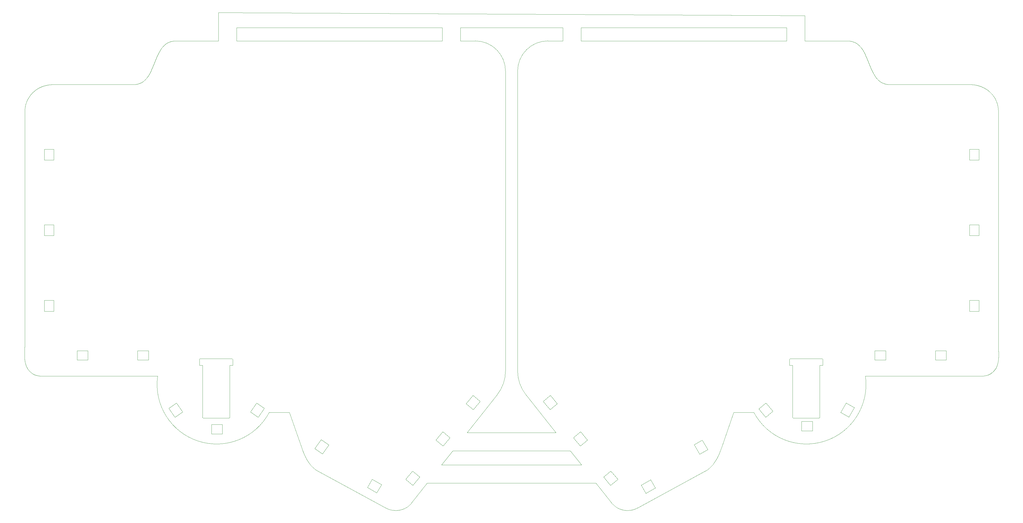
<source format=gbr>
%TF.GenerationSoftware,KiCad,Pcbnew,(6.99.0-4085-g6c752680d7)*%
%TF.CreationDate,2022-11-10T11:06:54+08:00*%
%TF.ProjectId,Rev2.4,52657632-2e34-42e6-9b69-6361645f7063,rev?*%
%TF.SameCoordinates,Original*%
%TF.FileFunction,Profile,NP*%
%FSLAX46Y46*%
G04 Gerber Fmt 4.6, Leading zero omitted, Abs format (unit mm)*
G04 Created by KiCad (PCBNEW (6.99.0-4085-g6c752680d7)) date 2022-11-10 11:06:54*
%MOMM*%
%LPD*%
G01*
G04 APERTURE LIST*
%TA.AperFunction,Profile*%
%ADD10C,0.100000*%
%TD*%
%ADD11C,0.100000*%
%TA.AperFunction,Profile*%
%ADD12C,0.050000*%
%TD*%
%TA.AperFunction,Profile*%
%ADD13C,0.120000*%
%TD*%
G04 APERTURE END LIST*
D10*
X227205000Y-44872354D02*
X222255002Y-44872352D01*
D11*
X177179001Y-197670150D02*
X177107406Y-197758986D01*
X177034398Y-197846277D01*
X176960018Y-197932015D01*
X176884307Y-198016189D01*
X176807304Y-198098791D01*
X176729050Y-198179813D01*
X176649586Y-198259245D01*
X176568953Y-198337078D01*
X176487189Y-198413303D01*
X176404337Y-198487913D01*
X176320437Y-198560896D01*
X176235528Y-198632246D01*
X176149652Y-198701953D01*
X176062849Y-198770007D01*
X175975159Y-198836401D01*
X175886623Y-198901125D01*
X175797282Y-198964170D01*
X175707175Y-199025527D01*
X175616344Y-199085188D01*
X175524828Y-199143144D01*
X175432668Y-199199385D01*
X175339906Y-199253904D01*
X175246580Y-199306690D01*
X175152732Y-199357735D01*
X175058402Y-199407030D01*
X174963630Y-199454566D01*
X174868458Y-199500335D01*
X174772925Y-199544327D01*
X174677072Y-199586534D01*
X174580939Y-199626946D01*
X174484568Y-199665555D01*
X174387998Y-199702352D01*
D12*
X107052683Y-150174595D02*
X107052690Y-151249373D01*
D11*
X49220999Y-148486054D02*
X49220115Y-148650767D01*
X49219933Y-148817290D01*
X49220780Y-148985708D01*
X49222982Y-149156105D01*
X49226865Y-149328565D01*
X49232757Y-149503174D01*
X49240984Y-149680016D01*
X49251872Y-149859175D01*
X49265749Y-150040737D01*
X49282941Y-150224786D01*
X49303774Y-150411407D01*
X49328576Y-150600684D01*
X49357672Y-150792702D01*
X49391390Y-150987545D01*
X49410084Y-151086053D01*
X49430056Y-151185299D01*
X49451347Y-151285294D01*
X49473998Y-151386049D01*
D12*
X116852696Y-169624601D02*
G75*
G03*
X117052701Y-169424614I-196J200201D01*
G01*
D11*
X371204997Y-145100432D02*
X371205829Y-145279372D01*
X371208192Y-145462542D01*
X371211883Y-145649967D01*
X371216701Y-145841675D01*
X371222443Y-146037693D01*
X371228908Y-146238047D01*
X371232348Y-146339859D01*
X371235894Y-146442765D01*
X371239519Y-146546769D01*
X371243199Y-146651874D01*
X371246908Y-146758084D01*
X371250621Y-146865401D01*
X371254313Y-146973829D01*
X371257958Y-147083372D01*
X371261532Y-147194033D01*
X371265009Y-147305815D01*
X371268364Y-147418722D01*
X371271571Y-147532756D01*
X371274606Y-147647922D01*
X371277443Y-147764223D01*
X371280057Y-147881662D01*
X371282423Y-148000243D01*
X371284515Y-148119968D01*
X371286309Y-148240842D01*
X371287778Y-148362867D01*
X371288899Y-148486048D01*
X367607596Y-155401050D02*
X367476895Y-155444036D01*
X367346008Y-155483548D01*
X367214977Y-155519681D01*
X367083846Y-155552533D01*
X366952659Y-155582201D01*
X366821457Y-155608780D01*
X366690286Y-155632369D01*
X366559187Y-155653063D01*
X366428203Y-155670960D01*
X366297380Y-155686157D01*
X366166758Y-155698750D01*
X366036382Y-155708837D01*
X365906295Y-155716513D01*
X365776539Y-155721876D01*
X365647159Y-155725023D01*
X365518198Y-155726051D01*
X89623998Y-57154853D02*
X89725346Y-57027552D01*
X89824685Y-56897317D01*
X89922078Y-56764242D01*
X90017588Y-56628421D01*
X90111281Y-56489946D01*
X90203220Y-56348912D01*
X90293469Y-56205411D01*
X90382093Y-56059537D01*
X90469155Y-55911383D01*
X90554719Y-55761044D01*
X90638850Y-55608611D01*
X90721612Y-55454179D01*
X90803069Y-55297841D01*
X90883285Y-55139691D01*
X90962323Y-54979822D01*
X91040249Y-54818327D01*
X91117126Y-54655300D01*
X91193018Y-54490833D01*
X91267989Y-54325022D01*
X91342104Y-54157959D01*
X91415427Y-53989737D01*
X91488021Y-53820450D01*
X91559950Y-53650191D01*
X91631280Y-53479054D01*
X91702073Y-53307132D01*
X91772395Y-53134518D01*
X91842308Y-52961307D01*
X91911878Y-52787591D01*
X91981168Y-52613464D01*
X92050242Y-52439019D01*
X92119164Y-52264350D01*
X92188000Y-52089550D01*
D12*
X303172827Y-152149363D02*
X303172842Y-169424603D01*
D11*
X58652999Y-59306751D02*
X58476363Y-59308270D01*
X58300300Y-59312814D01*
X58124853Y-59320358D01*
X57950067Y-59330877D01*
X57775986Y-59344347D01*
X57602655Y-59360744D01*
X57430119Y-59380045D01*
X57258421Y-59402224D01*
X57087606Y-59427257D01*
X56917719Y-59455121D01*
X56748805Y-59485791D01*
X56580907Y-59519243D01*
X56414071Y-59555453D01*
X56248340Y-59594397D01*
X56083760Y-59636050D01*
X55920375Y-59680388D01*
X55758228Y-59727387D01*
X55597366Y-59777023D01*
X55437831Y-59829271D01*
X55279670Y-59884109D01*
X55122925Y-59941510D01*
X54967643Y-60001451D01*
X54813866Y-60063909D01*
X54661641Y-60128858D01*
X54511010Y-60196274D01*
X54362020Y-60266134D01*
X54214713Y-60338413D01*
X54069135Y-60413087D01*
X53925330Y-60490132D01*
X53783343Y-60569523D01*
X53643219Y-60651237D01*
X53505001Y-60735249D01*
D12*
X118052676Y-150174622D02*
G75*
G03*
X117852710Y-149974624I-199776J222D01*
G01*
D10*
X321205001Y-44872353D02*
X307205000Y-44872351D01*
X140917002Y-179593952D02*
X136827999Y-167726053D01*
D12*
X107052690Y-151249373D02*
X107052688Y-152149370D01*
D11*
X332813202Y-58741451D02*
X332673775Y-58670061D01*
X332537091Y-58594649D01*
X332403104Y-58515284D01*
X332271766Y-58432034D01*
X332143032Y-58344967D01*
X332016854Y-58254152D01*
X331893188Y-58159657D01*
X331771985Y-58061549D01*
X331653200Y-57959898D01*
X331536786Y-57854771D01*
X331422697Y-57746237D01*
X331310887Y-57634364D01*
X331201309Y-57519221D01*
X331093916Y-57400875D01*
X330988662Y-57279395D01*
X330885502Y-57154849D01*
D12*
X303372847Y-169624603D02*
X311972835Y-169624602D01*
X107052688Y-152149370D02*
X108052688Y-152149369D01*
D10*
X238147400Y-191122852D02*
X243330699Y-197670155D01*
D11*
X370340202Y-64382652D02*
X370392146Y-64491421D01*
X370442561Y-64601334D01*
X370491440Y-64712358D01*
X370538773Y-64824462D01*
X370584555Y-64937612D01*
X370628775Y-65051777D01*
X370671428Y-65166925D01*
X370712504Y-65283024D01*
X370751996Y-65400041D01*
X370789896Y-65517945D01*
X370826196Y-65636703D01*
X370860889Y-65756284D01*
X370893966Y-65876654D01*
X370925420Y-65997783D01*
X370955242Y-66119638D01*
X370983425Y-66242187D01*
X371009961Y-66365398D01*
X371034843Y-66489238D01*
X371058061Y-66613676D01*
X371079609Y-66738680D01*
X371099478Y-66864217D01*
X371117661Y-66990255D01*
X371134149Y-67116763D01*
X371148935Y-67243707D01*
X371162012Y-67371057D01*
X371173370Y-67498780D01*
X371183003Y-67626843D01*
X371190902Y-67755216D01*
X371197059Y-67883865D01*
X371201467Y-68012758D01*
X371204118Y-68141864D01*
X371205004Y-68271151D01*
X243330699Y-197670155D02*
X243402348Y-197758991D01*
X243475408Y-197846282D01*
X243549837Y-197932019D01*
X243625595Y-198016193D01*
X243702641Y-198098795D01*
X243780936Y-198179816D01*
X243860439Y-198259247D01*
X243941109Y-198337080D01*
X244022906Y-198413305D01*
X244105789Y-198487914D01*
X244189719Y-198560898D01*
X244274655Y-198632247D01*
X244360556Y-198701954D01*
X244447383Y-198770008D01*
X244535094Y-198836402D01*
X244623649Y-198901125D01*
X244713008Y-198964170D01*
X244803131Y-199025528D01*
X244893977Y-199085188D01*
X244985505Y-199143144D01*
X245077676Y-199199385D01*
X245170449Y-199253903D01*
X245263783Y-199306689D01*
X245357639Y-199357734D01*
X245451975Y-199407029D01*
X245546751Y-199454565D01*
X245641928Y-199500334D01*
X245737464Y-199544326D01*
X245833319Y-199586533D01*
X245929453Y-199626945D01*
X246025826Y-199665554D01*
X246122397Y-199702351D01*
D10*
X119304999Y-44872352D02*
X187305000Y-44872350D01*
D11*
X49304998Y-145100428D02*
X49304164Y-145279368D01*
X49301799Y-145462538D01*
X49298103Y-145649964D01*
X49293280Y-145841673D01*
X49287530Y-146037691D01*
X49281057Y-146238046D01*
X49277612Y-146339858D01*
X49274062Y-146442765D01*
X49270433Y-146546769D01*
X49266748Y-146651874D01*
X49263035Y-146758084D01*
X49259317Y-146865401D01*
X49255621Y-146973830D01*
X49251971Y-147083373D01*
X49248393Y-147194034D01*
X49244912Y-147305817D01*
X49241553Y-147418724D01*
X49238342Y-147532759D01*
X49235304Y-147647925D01*
X49232464Y-147764227D01*
X49229847Y-147881666D01*
X49227479Y-148000247D01*
X49225385Y-148119973D01*
X49223590Y-148240847D01*
X49222119Y-148362873D01*
X49220999Y-148486054D01*
D12*
X108252708Y-169624609D02*
X116852696Y-169624608D01*
D10*
X208255048Y-54872348D02*
G75*
G03*
X198254998Y-44872352I-10000048J-52D01*
G01*
D12*
X313172882Y-150174616D02*
G75*
G03*
X312972849Y-149974618I-199782J216D01*
G01*
D11*
X52902001Y-155401051D02*
X53032787Y-155444037D01*
X53163743Y-155483548D01*
X53294828Y-155519682D01*
X53426000Y-155552533D01*
X53557220Y-155582201D01*
X53688445Y-155608780D01*
X53819636Y-155632369D01*
X53950750Y-155653064D01*
X54081747Y-155670961D01*
X54212586Y-155686158D01*
X54343225Y-155698751D01*
X54473625Y-155708837D01*
X54603743Y-155716514D01*
X54733539Y-155721877D01*
X54862971Y-155725024D01*
X54992000Y-155726052D01*
D10*
X301205000Y-40471748D02*
X301204998Y-44872350D01*
X251910302Y-199292449D02*
X274158299Y-187229951D01*
D11*
X371036499Y-151386050D02*
X371002780Y-151526689D01*
X370965748Y-151669388D01*
X370925115Y-151813929D01*
X370880596Y-151960096D01*
X370831905Y-152107673D01*
X370778755Y-152256441D01*
X370720860Y-152406186D01*
X370657935Y-152556690D01*
X370589694Y-152707736D01*
X370515849Y-152859108D01*
X370436115Y-153010589D01*
X370350206Y-153161963D01*
X370257837Y-153313012D01*
X370158720Y-153463521D01*
X370052569Y-153613272D01*
X369939100Y-153762050D01*
X141196999Y-180366952D02*
X141160481Y-180270712D01*
X141124421Y-180174366D01*
X141088806Y-180077913D01*
X141053624Y-179981350D01*
X141018865Y-179884675D01*
X140984515Y-179787885D01*
X140950565Y-179690978D01*
X140917002Y-179593952D01*
X170224001Y-199928850D02*
X170120354Y-199901850D01*
X170016816Y-199873097D01*
X169913424Y-199842600D01*
X169810218Y-199810371D01*
X169707233Y-199776421D01*
X169604510Y-199740760D01*
X169502085Y-199703399D01*
X169399998Y-199664350D01*
X169298285Y-199623622D01*
X169196986Y-199581227D01*
X169096138Y-199537175D01*
X168995779Y-199491478D01*
X168895947Y-199444146D01*
X168796681Y-199395191D01*
X168698018Y-199344622D01*
X168599998Y-199292451D01*
D10*
X214954397Y-161826450D02*
X224934197Y-174432551D01*
X168599998Y-199292451D02*
X146351999Y-187229951D01*
X208255001Y-154067653D02*
X208255000Y-54872348D01*
X190825999Y-180432553D02*
X229684200Y-180432548D01*
D11*
X335437997Y-59306752D02*
X335251327Y-59304576D01*
X335067766Y-59297845D01*
X334887294Y-59286588D01*
X334709892Y-59270833D01*
X334535538Y-59250609D01*
X334364214Y-59225945D01*
X334195899Y-59196870D01*
X334030574Y-59163412D01*
X333868218Y-59125601D01*
X333708811Y-59083465D01*
X333552335Y-59037034D01*
X333398768Y-58986336D01*
X333248091Y-58931399D01*
X333100285Y-58872254D01*
X332955328Y-58808928D01*
X332813202Y-58741451D01*
D10*
X187304999Y-40471751D02*
X119304997Y-40471749D01*
D12*
X311972835Y-169624640D02*
G75*
G03*
X312172840Y-169424608I-235J200240D01*
G01*
D10*
X224934197Y-174432551D02*
X195575800Y-174432551D01*
X290357968Y-167726099D02*
G75*
G03*
X327264517Y-155726211I17401632J9234349D01*
G01*
D11*
X328321498Y-52089551D02*
X328252643Y-51914742D01*
X328183698Y-51740065D01*
X328114599Y-51565614D01*
X328045283Y-51391481D01*
X327975686Y-51217760D01*
X327905743Y-51044545D01*
X327835392Y-50871928D01*
X327764569Y-50700004D01*
X327693210Y-50528865D01*
X327621251Y-50358605D01*
X327548629Y-50189317D01*
X327475279Y-50021094D01*
X327401139Y-49854031D01*
X327326144Y-49688219D01*
X327250231Y-49523753D01*
X327173336Y-49360726D01*
X327095396Y-49199231D01*
X327016346Y-49039362D01*
X326936123Y-48881211D01*
X326854664Y-48724873D01*
X326771904Y-48570440D01*
X326687780Y-48418007D01*
X326602228Y-48267666D01*
X326515185Y-48119510D01*
X326426586Y-47973633D01*
X326336369Y-47830129D01*
X326244469Y-47689091D01*
X326150822Y-47550611D01*
X326055366Y-47414784D01*
X325958036Y-47281703D01*
X325858768Y-47151460D01*
X325757500Y-47024151D01*
D10*
X205555660Y-161826379D02*
G75*
G03*
X208255001Y-154067653I-9800660J7758679D01*
G01*
X193304999Y-44872352D02*
X193305000Y-40471753D01*
X233204999Y-44872348D02*
X233204998Y-40471754D01*
D12*
X303172897Y-169424626D02*
G75*
G03*
X303372847Y-169624603I200303J326D01*
G01*
X108052688Y-152149369D02*
X108052703Y-169424609D01*
D10*
X99305001Y-44872349D02*
X113304997Y-44872349D01*
D12*
X302172829Y-151249367D02*
X302172827Y-152149364D01*
X302172822Y-150174589D02*
X302172829Y-151249367D01*
D10*
X327264500Y-155726051D02*
X365518198Y-155726051D01*
D11*
X50571001Y-153762049D02*
X50680838Y-153895417D01*
X50797118Y-154025974D01*
X50919482Y-154153437D01*
X51047576Y-154277525D01*
X51181042Y-154397958D01*
X51319526Y-154514454D01*
X51462672Y-154626732D01*
X51610123Y-154734511D01*
X51761522Y-154837510D01*
X51916516Y-154935448D01*
X52074746Y-155028044D01*
X52235858Y-155115017D01*
X52399496Y-155196084D01*
X52565303Y-155270967D01*
X52732923Y-155339383D01*
X52902001Y-155401051D01*
X87696999Y-58741449D02*
X87836424Y-58670060D01*
X87973105Y-58594649D01*
X88107089Y-58515285D01*
X88238419Y-58432036D01*
X88367143Y-58344969D01*
X88493304Y-58254154D01*
X88616949Y-58159659D01*
X88738123Y-58061552D01*
X88856871Y-57959900D01*
X88973238Y-57854774D01*
X89087271Y-57746240D01*
X89199014Y-57634367D01*
X89308512Y-57519224D01*
X89415812Y-57400878D01*
X89520959Y-57279398D01*
X89623998Y-57154853D01*
D10*
X283682300Y-167726049D02*
X290357936Y-167726050D01*
X279593299Y-179593950D02*
X283682300Y-167726049D01*
X198254998Y-44872352D02*
X193304999Y-44872352D01*
D11*
X49473998Y-151386049D02*
X49507631Y-151526688D01*
X49544596Y-151669387D01*
X49585176Y-151813929D01*
X49629656Y-151960096D01*
X49678318Y-152107672D01*
X49731449Y-152256440D01*
X49789331Y-152406185D01*
X49852250Y-152556688D01*
X49920489Y-152707734D01*
X49994332Y-152859106D01*
X50074064Y-153010587D01*
X50159969Y-153161961D01*
X50252330Y-153313010D01*
X50351434Y-153463519D01*
X50457562Y-153613271D01*
X50571001Y-153762049D01*
D10*
X229684200Y-180432548D02*
X233397398Y-185122849D01*
X238147400Y-191122852D02*
X182363001Y-191122848D01*
D11*
X277098801Y-184617154D02*
X277192279Y-184488729D01*
X277283728Y-184359925D01*
X277373192Y-184230752D01*
X277460719Y-184101218D01*
X277546355Y-183971333D01*
X277630145Y-183841107D01*
X277712137Y-183710550D01*
X277792376Y-183579671D01*
X277870909Y-183448479D01*
X277947783Y-183316985D01*
X278023043Y-183185198D01*
X278096736Y-183053127D01*
X278168908Y-182920783D01*
X278239605Y-182788174D01*
X278308874Y-182655310D01*
X278376761Y-182522201D01*
X278443313Y-182388857D01*
X278508575Y-182255286D01*
X278572594Y-182121500D01*
X278635416Y-181987506D01*
X278697088Y-181853316D01*
X278757656Y-181718937D01*
X278817166Y-181584381D01*
X278875665Y-181449657D01*
X278933198Y-181314774D01*
X278989813Y-181179741D01*
X279045555Y-181044569D01*
X279100471Y-180909267D01*
X279154607Y-180773845D01*
X279208009Y-180638312D01*
X279260724Y-180502677D01*
X279312798Y-180366952D01*
D12*
X313172836Y-152149365D02*
X313172835Y-151349363D01*
D10*
X195575800Y-174432551D02*
X205555599Y-161826452D01*
D12*
X312972849Y-149974618D02*
X302372846Y-149974598D01*
X108052691Y-169424632D02*
G75*
G03*
X108252708Y-169624609I200309J332D01*
G01*
D10*
X233204998Y-40471754D02*
X301205000Y-40471748D01*
D12*
X117052697Y-152149373D02*
X118052697Y-152149371D01*
D10*
X227204997Y-40471754D02*
X227205000Y-44872354D01*
D11*
X367004998Y-60735249D02*
X367135215Y-60817408D01*
X367264077Y-60901553D01*
X367391552Y-60987690D01*
X367517608Y-61075826D01*
X367642211Y-61165967D01*
X367765331Y-61258121D01*
X367886934Y-61352295D01*
X368006990Y-61448494D01*
X368125465Y-61546726D01*
X368242327Y-61646998D01*
X368357545Y-61749316D01*
X368471086Y-61853687D01*
X368582917Y-61960118D01*
X368693008Y-62068615D01*
X368801325Y-62179186D01*
X368907836Y-62291837D01*
X369012509Y-62406574D01*
X369115313Y-62523405D01*
X369216214Y-62642337D01*
X369315182Y-62763375D01*
X369412182Y-62886528D01*
X369507184Y-63011801D01*
X369600155Y-63139201D01*
X369691064Y-63268736D01*
X369779877Y-63400411D01*
X369866562Y-63534234D01*
X369951089Y-63670212D01*
X370033423Y-63808350D01*
X370113534Y-63948657D01*
X370191389Y-64091138D01*
X370266955Y-64235801D01*
X370340202Y-64382652D01*
D12*
X117852710Y-149974624D02*
X107252707Y-149974604D01*
D10*
X301204998Y-44872350D02*
X233204999Y-44872348D01*
D11*
X174387998Y-199702352D02*
X174262363Y-199747727D01*
X174136339Y-199790698D01*
X174009937Y-199831259D01*
X173883166Y-199869403D01*
X173756036Y-199905123D01*
X173628557Y-199938412D01*
X173500739Y-199969264D01*
X173372592Y-199997673D01*
X173244125Y-200023630D01*
X173115349Y-200047130D01*
X172986274Y-200068166D01*
X172856909Y-200086731D01*
X172727264Y-200102819D01*
X172597349Y-200116422D01*
X172467174Y-200127535D01*
X172336749Y-200136150D01*
X172206083Y-200142260D01*
X172075188Y-200145860D01*
X171944072Y-200146942D01*
X171812745Y-200145500D01*
X171681218Y-200141526D01*
X171549500Y-200135015D01*
X171417601Y-200125959D01*
X171285531Y-200114352D01*
X171153299Y-200100188D01*
X171020917Y-200083458D01*
X170888393Y-200064157D01*
X170755738Y-200042279D01*
X170622961Y-200017815D01*
X170490073Y-199990760D01*
X170357083Y-199961107D01*
X170224001Y-199928850D01*
X369939100Y-153762050D02*
X369829228Y-153895418D01*
X369712926Y-154025975D01*
X369590546Y-154153438D01*
X369462443Y-154277527D01*
X369328970Y-154397960D01*
X369190481Y-154514456D01*
X369047331Y-154626734D01*
X368899873Y-154734513D01*
X368748461Y-154837512D01*
X368593449Y-154935450D01*
X368435191Y-155028046D01*
X368274040Y-155115018D01*
X368110352Y-155196085D01*
X367944479Y-155270967D01*
X367776775Y-155339382D01*
X367607596Y-155401050D01*
X246122397Y-199702351D02*
X246248030Y-199747726D01*
X246374049Y-199790697D01*
X246500444Y-199831258D01*
X246627205Y-199869402D01*
X246754322Y-199905122D01*
X246881788Y-199938411D01*
X247009590Y-199969263D01*
X247137721Y-199997672D01*
X247266171Y-200023629D01*
X247394929Y-200047129D01*
X247523987Y-200068165D01*
X247653335Y-200086731D01*
X247782964Y-200102818D01*
X247912863Y-200116422D01*
X248043024Y-200127535D01*
X248173437Y-200136150D01*
X248304091Y-200142261D01*
X248434979Y-200145861D01*
X248566090Y-200146943D01*
X248697414Y-200145501D01*
X248828942Y-200141528D01*
X248960665Y-200135017D01*
X249092574Y-200125961D01*
X249224657Y-200114354D01*
X249356906Y-200100190D01*
X249489312Y-200083460D01*
X249621865Y-200064160D01*
X249754555Y-200042281D01*
X249887372Y-200017818D01*
X250020308Y-199990763D01*
X250153353Y-199961110D01*
X250286497Y-199928853D01*
D12*
X313172835Y-151349363D02*
X313172837Y-150174616D01*
D10*
X187113001Y-185122850D02*
X190825999Y-180432553D01*
X361857400Y-59306751D02*
X335437997Y-59306752D01*
X307204999Y-36471751D02*
X113304996Y-35471751D01*
D11*
X143411000Y-184617149D02*
X143317529Y-184488724D01*
X143226086Y-184359921D01*
X143136626Y-184230747D01*
X143049101Y-184101214D01*
X142963466Y-183971329D01*
X142879674Y-183841104D01*
X142797680Y-183710547D01*
X142717437Y-183579668D01*
X142638899Y-183448476D01*
X142562020Y-183316982D01*
X142486753Y-183185195D01*
X142413054Y-183053125D01*
X142340875Y-182920780D01*
X142270170Y-182788171D01*
X142200893Y-182655308D01*
X142132999Y-182522199D01*
X142066441Y-182388855D01*
X142001172Y-182255284D01*
X141937147Y-182121498D01*
X141874319Y-181987505D01*
X141812643Y-181853314D01*
X141752072Y-181718936D01*
X141692560Y-181584380D01*
X141634061Y-181449656D01*
X141576529Y-181314773D01*
X141519918Y-181179740D01*
X141464181Y-181044568D01*
X141409272Y-180909267D01*
X141355146Y-180773844D01*
X141301756Y-180638311D01*
X141249055Y-180502677D01*
X141196999Y-180366952D01*
X94753000Y-47024152D02*
X94856038Y-46899605D01*
X94961184Y-46778125D01*
X95068484Y-46659779D01*
X95177982Y-46544636D01*
X95289725Y-46432763D01*
X95403757Y-46324229D01*
X95520125Y-46219103D01*
X95638873Y-46117451D01*
X95760046Y-46019344D01*
X95883691Y-45924849D01*
X96009853Y-45834033D01*
X96138577Y-45746967D01*
X96269908Y-45663717D01*
X96403892Y-45584352D01*
X96540574Y-45508940D01*
X96680000Y-45437551D01*
D10*
X307205000Y-44872351D02*
X307204999Y-36471751D01*
D11*
X92188000Y-52089550D02*
X92256925Y-51914741D01*
X92325932Y-51740064D01*
X92395086Y-51565612D01*
X92464450Y-51391479D01*
X92534088Y-51217759D01*
X92604066Y-51044543D01*
X92674447Y-50871927D01*
X92745295Y-50700002D01*
X92816675Y-50528863D01*
X92888651Y-50358603D01*
X92961287Y-50189315D01*
X93034648Y-50021093D01*
X93108798Y-49854029D01*
X93183801Y-49688217D01*
X93259721Y-49523751D01*
X93336623Y-49360724D01*
X93414571Y-49199230D01*
X93493629Y-49039360D01*
X93573861Y-48881210D01*
X93655332Y-48724872D01*
X93738106Y-48570440D01*
X93822248Y-48418006D01*
X93907821Y-48267665D01*
X93994889Y-48119510D01*
X94083518Y-47973633D01*
X94173771Y-47830129D01*
X94265713Y-47689091D01*
X94359407Y-47550611D01*
X94454919Y-47414784D01*
X94552312Y-47281703D01*
X94651651Y-47151461D01*
X94753000Y-47024152D01*
X323829801Y-45437551D02*
X323687690Y-45370089D01*
X323542748Y-45306776D01*
X323394953Y-45247639D01*
X323244286Y-45192708D01*
X323090727Y-45142014D01*
X322934256Y-45095584D01*
X322774853Y-45053449D01*
X322612498Y-45015638D01*
X322447172Y-44982181D01*
X322278853Y-44953107D01*
X322107523Y-44928445D01*
X321933162Y-44908225D01*
X321755748Y-44892476D01*
X321575264Y-44881228D01*
X321391688Y-44874511D01*
X321205001Y-44872353D01*
D10*
X93245096Y-155726051D02*
X54992000Y-155726052D01*
X233397398Y-185122849D02*
X187113001Y-185122850D01*
X182363001Y-191122848D02*
X177179001Y-197670150D01*
X93245097Y-155726113D02*
G75*
G03*
X130151648Y-167726069I19504903J-2765637D01*
G01*
X136827999Y-167726053D02*
X130151646Y-167726048D01*
D12*
X302372846Y-149974622D02*
G75*
G03*
X302172822Y-150174589I-446J-199578D01*
G01*
D11*
X53505001Y-60735249D02*
X53374793Y-60817408D01*
X53245941Y-60901553D01*
X53118478Y-60987690D01*
X52992435Y-61075826D01*
X52867845Y-61165968D01*
X52744739Y-61258123D01*
X52623149Y-61352296D01*
X52503108Y-61448496D01*
X52384648Y-61546728D01*
X52267800Y-61647000D01*
X52152597Y-61749318D01*
X52039070Y-61853689D01*
X51927253Y-61960120D01*
X51817176Y-62068617D01*
X51708872Y-62179187D01*
X51602373Y-62291838D01*
X51497711Y-62406576D01*
X51394917Y-62523407D01*
X51294025Y-62642338D01*
X51195066Y-62763376D01*
X51098072Y-62886529D01*
X51003075Y-63011802D01*
X50910108Y-63139202D01*
X50819201Y-63268736D01*
X50730388Y-63400412D01*
X50643700Y-63534234D01*
X50559170Y-63670212D01*
X50476829Y-63808350D01*
X50396709Y-63948656D01*
X50318843Y-64091137D01*
X50243262Y-64235800D01*
X50170000Y-64382651D01*
X96680000Y-45437551D02*
X96822210Y-45370090D01*
X96967232Y-45306776D01*
X97115086Y-45247639D01*
X97265796Y-45192709D01*
X97419382Y-45142014D01*
X97575868Y-45095584D01*
X97735274Y-45053449D01*
X97897624Y-45015639D01*
X98062938Y-44982181D01*
X98231239Y-44953106D01*
X98402549Y-44928444D01*
X98576890Y-44908224D01*
X98754283Y-44892474D01*
X98934752Y-44881226D01*
X99118317Y-44874507D01*
X99305001Y-44872349D01*
X50170000Y-64382651D02*
X50118072Y-64491420D01*
X50067670Y-64601333D01*
X50018802Y-64712358D01*
X49971476Y-64824461D01*
X49925699Y-64937612D01*
X49881481Y-65051777D01*
X49838828Y-65166925D01*
X49797749Y-65283024D01*
X49758252Y-65400041D01*
X49720346Y-65517945D01*
X49684037Y-65636704D01*
X49649335Y-65756284D01*
X49616247Y-65876655D01*
X49584781Y-65997784D01*
X49554945Y-66119639D01*
X49526749Y-66242188D01*
X49500198Y-66365399D01*
X49475302Y-66489239D01*
X49452069Y-66613677D01*
X49430506Y-66738681D01*
X49410622Y-66864218D01*
X49392425Y-66990256D01*
X49375922Y-67116764D01*
X49361123Y-67243708D01*
X49348034Y-67371058D01*
X49336665Y-67498781D01*
X49327022Y-67626844D01*
X49319115Y-67755216D01*
X49312951Y-67883865D01*
X49308538Y-68012759D01*
X49305884Y-68141864D01*
X49304998Y-68271151D01*
X85071998Y-59306753D02*
X85258681Y-59304577D01*
X85442246Y-59297846D01*
X85622714Y-59286589D01*
X85800107Y-59270834D01*
X85974448Y-59250609D01*
X86145757Y-59225945D01*
X86314058Y-59196870D01*
X86479372Y-59163412D01*
X86641722Y-59125601D01*
X86801128Y-59083465D01*
X86957614Y-59037034D01*
X87111200Y-58986335D01*
X87261910Y-58931398D01*
X87409765Y-58872253D01*
X87554787Y-58808926D01*
X87696999Y-58741449D01*
D10*
X187305000Y-44872350D02*
X187304999Y-40471751D01*
X58652999Y-59306751D02*
X85071998Y-59306753D01*
D12*
X117052701Y-169424614D02*
X117052697Y-152149373D01*
D11*
X250286497Y-199928853D02*
X250390090Y-199901853D01*
X250493582Y-199873099D01*
X250596934Y-199842603D01*
X250700108Y-199810374D01*
X250803064Y-199776423D01*
X250905766Y-199740762D01*
X251008174Y-199703402D01*
X251110250Y-199664352D01*
X251211955Y-199623624D01*
X251313252Y-199581228D01*
X251414102Y-199537176D01*
X251514466Y-199491479D01*
X251614307Y-199444146D01*
X251713585Y-199395190D01*
X251812263Y-199344620D01*
X251910302Y-199292449D01*
X371288899Y-148486048D02*
X371289866Y-148650762D01*
X371290112Y-148817287D01*
X371289315Y-148985705D01*
X371287149Y-149156103D01*
X371283292Y-149328564D01*
X371277418Y-149503173D01*
X371269203Y-149680016D01*
X371258325Y-149859176D01*
X371244458Y-150040738D01*
X371227278Y-150224787D01*
X371206463Y-150411408D01*
X371181687Y-150600685D01*
X371152626Y-150792703D01*
X371118957Y-150987547D01*
X371100294Y-151086055D01*
X371080356Y-151185301D01*
X371059105Y-151285295D01*
X371036499Y-151386050D01*
D12*
X107252707Y-149974583D02*
G75*
G03*
X107052683Y-150174595I-407J-199617D01*
G01*
X118052697Y-152149371D02*
X118052696Y-151349369D01*
D11*
X330885502Y-57154849D02*
X330784232Y-57027548D01*
X330684964Y-56897314D01*
X330587634Y-56764240D01*
X330492177Y-56628419D01*
X330398530Y-56489944D01*
X330306630Y-56348910D01*
X330216412Y-56205409D01*
X330127813Y-56059536D01*
X330040770Y-55911382D01*
X329955218Y-55761043D01*
X329871094Y-55608610D01*
X329788334Y-55454178D01*
X329706874Y-55297841D01*
X329626651Y-55139691D01*
X329547601Y-54979821D01*
X329469661Y-54818326D01*
X329392766Y-54655299D01*
X329316853Y-54490833D01*
X329241858Y-54325022D01*
X329167718Y-54157958D01*
X329094368Y-53989737D01*
X329021746Y-53820449D01*
X328949787Y-53650191D01*
X328878428Y-53479054D01*
X328807604Y-53307132D01*
X328737253Y-53134519D01*
X328667311Y-52961307D01*
X328597713Y-52787591D01*
X328528397Y-52613464D01*
X328459298Y-52439020D01*
X328390353Y-52264350D01*
X328321498Y-52089551D01*
D10*
X212255028Y-154067648D02*
G75*
G03*
X214954425Y-161826438I12499972J-52D01*
G01*
D11*
X146351999Y-187229951D02*
X146237779Y-187166816D01*
X146124995Y-187102038D01*
X146013648Y-187035660D01*
X145903737Y-186967728D01*
X145795263Y-186898287D01*
X145688227Y-186827382D01*
X145582628Y-186755056D01*
X145478468Y-186681357D01*
X145375746Y-186606328D01*
X145274462Y-186530014D01*
X145174618Y-186452461D01*
X145076214Y-186373714D01*
X144979249Y-186293816D01*
X144883725Y-186212814D01*
X144789642Y-186130753D01*
X144696999Y-186047676D01*
X144605798Y-185963630D01*
X144516039Y-185878659D01*
X144427722Y-185792809D01*
X144340847Y-185706123D01*
X144255416Y-185618648D01*
X144171427Y-185530428D01*
X144088882Y-185441508D01*
X144007781Y-185351932D01*
X143928124Y-185261747D01*
X143849912Y-185170997D01*
X143773145Y-185079727D01*
X143697824Y-184987982D01*
X143623948Y-184895806D01*
X143551519Y-184803245D01*
X143480536Y-184710345D01*
X143411000Y-184617149D01*
D12*
X312172836Y-152149367D02*
X313172836Y-152149365D01*
D11*
X325757500Y-47024151D02*
X325654337Y-46899604D01*
X325549083Y-46778124D01*
X325441689Y-46659778D01*
X325332110Y-46544634D01*
X325220299Y-46432762D01*
X325106210Y-46324228D01*
X324989797Y-46219101D01*
X324871012Y-46117450D01*
X324749809Y-46019343D01*
X324626143Y-45924848D01*
X324499966Y-45834032D01*
X324371233Y-45746966D01*
X324239896Y-45663716D01*
X324105909Y-45584352D01*
X323969226Y-45508940D01*
X323829801Y-45437551D01*
D10*
X222255002Y-44872349D02*
G75*
G03*
X212254999Y-54872349I-2J-10000001D01*
G01*
D12*
X118052696Y-151349369D02*
X118052698Y-150174622D01*
D10*
X113304996Y-35471751D02*
X113304997Y-44872349D01*
D11*
X274158299Y-187229951D02*
X274272474Y-187166817D01*
X274385217Y-187102039D01*
X274496528Y-187035661D01*
X274606407Y-186967729D01*
X274714853Y-186898288D01*
X274821864Y-186827382D01*
X274927441Y-186755057D01*
X275031582Y-186681358D01*
X275134288Y-186606328D01*
X275235557Y-186530015D01*
X275335390Y-186452461D01*
X275433784Y-186373713D01*
X275530740Y-186293816D01*
X275626258Y-186212814D01*
X275720335Y-186130752D01*
X275812973Y-186047676D01*
X275904170Y-185963629D01*
X275993925Y-185878658D01*
X276082238Y-185792808D01*
X276169109Y-185706122D01*
X276254536Y-185618647D01*
X276338519Y-185530427D01*
X276421058Y-185441507D01*
X276502152Y-185351932D01*
X276581800Y-185261747D01*
X276660001Y-185170997D01*
X276736756Y-185079727D01*
X276812062Y-184987983D01*
X276885921Y-184895808D01*
X276958330Y-184803248D01*
X277029291Y-184710348D01*
X277098801Y-184617154D01*
D10*
X193305000Y-40471753D02*
X227204997Y-40471754D01*
D12*
X312172840Y-169424608D02*
X312172836Y-152149367D01*
D10*
X119304997Y-40471749D02*
X119304999Y-44872352D01*
X371204997Y-145100432D02*
X371205004Y-68271151D01*
D11*
X279312798Y-180366952D02*
X279349272Y-180270712D01*
X279385342Y-180174367D01*
X279421010Y-180077914D01*
X279456273Y-179981351D01*
X279491134Y-179884675D01*
X279525592Y-179787885D01*
X279559646Y-179690977D01*
X279593299Y-179593950D01*
X361857400Y-59306751D02*
X362033971Y-59308270D01*
X362209973Y-59312814D01*
X362385363Y-59320357D01*
X362560096Y-59330876D01*
X362734127Y-59344347D01*
X362907411Y-59360744D01*
X363079904Y-59380044D01*
X363251562Y-59402223D01*
X363422341Y-59427257D01*
X363592194Y-59455121D01*
X363761079Y-59485791D01*
X363928950Y-59519243D01*
X364095763Y-59555453D01*
X364261474Y-59594397D01*
X364426038Y-59636050D01*
X364589410Y-59680388D01*
X364751546Y-59727387D01*
X364912402Y-59777023D01*
X365071933Y-59829272D01*
X365230094Y-59884109D01*
X365386841Y-59941510D01*
X365542129Y-60001452D01*
X365695915Y-60063909D01*
X365848152Y-60128858D01*
X365998798Y-60196275D01*
X366147807Y-60266134D01*
X366295134Y-60338413D01*
X366440736Y-60413087D01*
X366584568Y-60490132D01*
X366726585Y-60569523D01*
X366866743Y-60651237D01*
X367004998Y-60735249D01*
D10*
X49304998Y-145100428D02*
X49304998Y-68271151D01*
D12*
X302172827Y-152149364D02*
X303172827Y-152149363D01*
D10*
X212254999Y-54872349D02*
X212254998Y-154067648D01*
D13*
%TO.C,D37*%
X185185613Y-176852558D02*
X187560351Y-178845200D01*
X187560351Y-178845200D02*
X189874387Y-176087440D01*
X187499649Y-174094798D02*
X185185613Y-176852558D01*
X189874387Y-176087440D02*
X187499649Y-174094798D01*
%TO.C,D17*%
X333978405Y-150424002D02*
X333978405Y-147324002D01*
X333978405Y-147324002D02*
X330378405Y-147324002D01*
X330378405Y-150424002D02*
X333978405Y-150424002D01*
X330378405Y-147324002D02*
X330378405Y-150424002D01*
%TO.C,D18*%
X323557476Y-166172699D02*
X320872798Y-164622699D01*
X320872798Y-164622699D02*
X319072798Y-167740391D01*
X321757476Y-169290391D02*
X323557476Y-166172699D01*
X319072798Y-167740391D02*
X321757476Y-169290391D01*
%TO.C,D23*%
X242999650Y-191845197D02*
X245374388Y-189852555D01*
X245374388Y-189852555D02*
X243060352Y-187094795D01*
X240685614Y-189087437D02*
X242999650Y-191845197D01*
X243060352Y-187094795D02*
X240685614Y-189087437D01*
%TO.C,D14*%
X364779998Y-105670003D02*
X361679998Y-105670003D01*
X361679998Y-105670003D02*
X361679998Y-109270003D01*
X364779998Y-109270003D02*
X364779998Y-105670003D01*
X361679998Y-109270003D02*
X364779998Y-109270003D01*
%TO.C,D15*%
X364779998Y-130670003D02*
X361679998Y-130670003D01*
X361679998Y-130670003D02*
X361679998Y-134270003D01*
X364779998Y-134270003D02*
X364779998Y-130670003D01*
X361679998Y-134270003D02*
X364779998Y-134270003D01*
%TO.C,D16*%
X353978405Y-150424002D02*
X353978405Y-147324002D01*
X353978405Y-147324002D02*
X350378405Y-147324002D01*
X350378405Y-150424002D02*
X353978405Y-150424002D01*
X350378405Y-147324002D02*
X350378405Y-150424002D01*
%TO.C,D36*%
X175185613Y-189852558D02*
X177560351Y-191845200D01*
X177560351Y-191845200D02*
X179874387Y-189087440D01*
X177499649Y-187094798D02*
X175185613Y-189852558D01*
X179874387Y-189087440D02*
X177499649Y-187094798D01*
%TO.C,D26*%
X58880006Y-105670002D02*
X55780006Y-105670002D01*
X55780006Y-105670002D02*
X55780006Y-109270002D01*
X58880006Y-109270002D02*
X58880006Y-105670002D01*
X55780006Y-109270002D02*
X58880006Y-109270002D01*
%TO.C,D21*%
X272407661Y-181533846D02*
X275092339Y-179983846D01*
X275092339Y-179983846D02*
X273292339Y-176866154D01*
X270607661Y-178416154D02*
X272407661Y-181533846D01*
X273292339Y-176866154D02*
X270607661Y-178416154D01*
%TO.C,D38*%
X195185613Y-164852558D02*
X197560351Y-166845200D01*
X197560351Y-166845200D02*
X199874387Y-164087440D01*
X197499649Y-162094798D02*
X195185613Y-164852558D01*
X199874387Y-164087440D02*
X197499649Y-162094798D01*
%TO.C,D33*%
X123892875Y-167541981D02*
X126432246Y-169320068D01*
X126432246Y-169320068D02*
X128497121Y-166371121D01*
X125957750Y-164593034D02*
X123892875Y-167541981D01*
X128497121Y-166371121D02*
X125957750Y-164593034D01*
%TO.C,D20*%
X294284788Y-169331749D02*
X296659526Y-167339107D01*
X296659526Y-167339107D02*
X294345490Y-164581347D01*
X291970752Y-166573989D02*
X294284788Y-169331749D01*
X294345490Y-164581347D02*
X291970752Y-166573989D01*
%TO.C,D28*%
X66582004Y-147324000D02*
X66582004Y-150424000D01*
X66582004Y-150424000D02*
X70182004Y-150424000D01*
X70182004Y-147324000D02*
X66582004Y-147324000D01*
X70182004Y-150424000D02*
X70182004Y-147324000D01*
%TO.C,D13*%
X364779998Y-80670003D02*
X361679998Y-80670003D01*
X361679998Y-80670003D02*
X361679998Y-84270003D01*
X364779998Y-84270003D02*
X364779998Y-80670003D01*
X361679998Y-84270003D02*
X364779998Y-84270003D01*
%TO.C,D31*%
X99432248Y-164593037D02*
X96892877Y-166371124D01*
X96892877Y-166371124D02*
X98957752Y-169320071D01*
X101497123Y-167541984D02*
X99432248Y-164593037D01*
X98957752Y-169320071D02*
X101497123Y-167541984D01*
%TO.C,D19*%
X309730000Y-173845000D02*
X309730000Y-170745000D01*
X309730000Y-170745000D02*
X306130000Y-170745000D01*
X306130000Y-173845000D02*
X309730000Y-173845000D01*
X306130000Y-170745000D02*
X306130000Y-173845000D01*
%TO.C,D29*%
X86582004Y-147324000D02*
X86582004Y-150424000D01*
X86582004Y-150424000D02*
X90182004Y-150424000D01*
X90182004Y-147324000D02*
X86582004Y-147324000D01*
X90182004Y-150424000D02*
X90182004Y-147324000D01*
%TO.C,D27*%
X58880006Y-130670002D02*
X55780006Y-130670002D01*
X55780006Y-130670002D02*
X55780006Y-134270002D01*
X58880006Y-134270002D02*
X58880006Y-130670002D01*
X55780006Y-134270002D02*
X58880006Y-134270002D01*
%TO.C,D24*%
X232999650Y-178845197D02*
X235374388Y-176852555D01*
X235374388Y-176852555D02*
X233060352Y-174094795D01*
X230685614Y-176087437D02*
X232999650Y-178845197D01*
X233060352Y-174094795D02*
X230685614Y-176087437D01*
%TO.C,D6*%
X58880006Y-80670002D02*
X55780006Y-80670002D01*
X55780006Y-80670002D02*
X55780006Y-84270002D01*
X58880006Y-84270002D02*
X58880006Y-80670002D01*
X55780006Y-84270002D02*
X58880006Y-84270002D01*
%TO.C,D35*%
X164121154Y-189829413D02*
X162571154Y-192514091D01*
X162571154Y-192514091D02*
X165688846Y-194314091D01*
X167238846Y-191629413D02*
X164121154Y-189829413D01*
X165688846Y-194314091D02*
X167238846Y-191629413D01*
%TO.C,D32*%
X111009861Y-171745006D02*
X111009861Y-174845006D01*
X111009861Y-174845006D02*
X114609861Y-174845006D01*
X114609861Y-171745006D02*
X111009861Y-171745006D01*
X114609861Y-174845006D02*
X114609861Y-171745006D01*
%TO.C,D22*%
X257783846Y-192692339D02*
X256233846Y-190007661D01*
X256233846Y-190007661D02*
X253116154Y-191807661D01*
X254666154Y-194492339D02*
X257783846Y-192692339D01*
X253116154Y-191807661D02*
X254666154Y-194492339D01*
%TO.C,D34*%
X145202877Y-179657182D02*
X147742248Y-181435269D01*
X147742248Y-181435269D02*
X149807123Y-178486322D01*
X147267752Y-176708235D02*
X145202877Y-179657182D01*
X149807123Y-178486322D02*
X147267752Y-176708235D01*
%TO.C,D25*%
X222999650Y-166845197D02*
X225374388Y-164852555D01*
X225374388Y-164852555D02*
X223060352Y-162094795D01*
X220685614Y-164087437D02*
X222999650Y-166845197D01*
X223060352Y-162094795D02*
X220685614Y-164087437D01*
%TD*%
M02*

</source>
